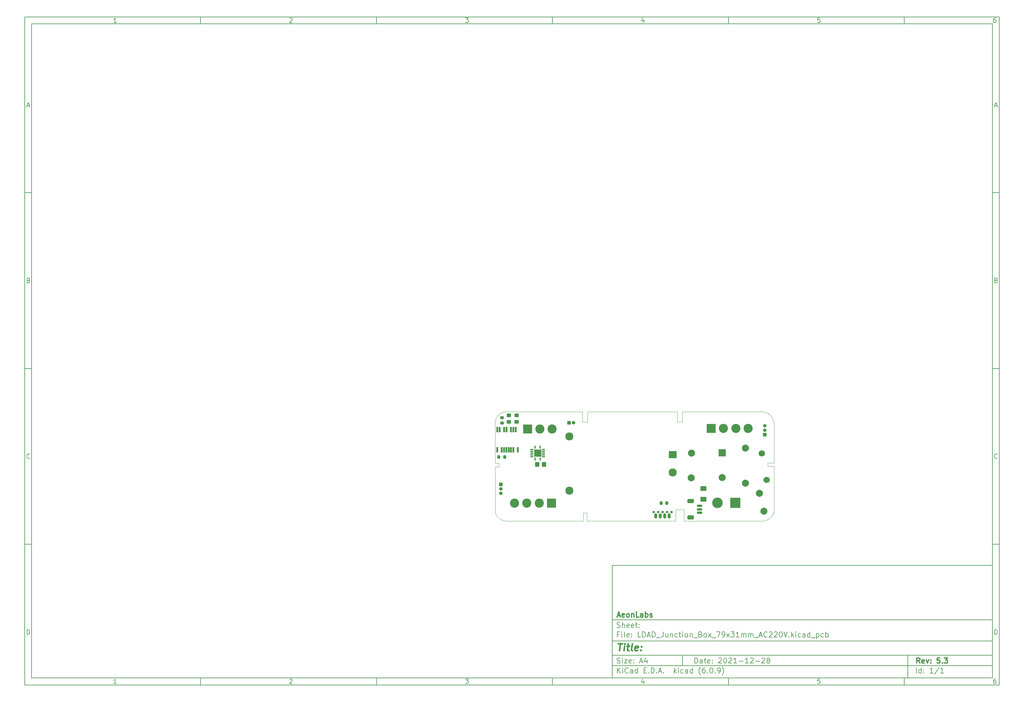
<source format=gbr>
G04 #@! TF.GenerationSoftware,KiCad,Pcbnew,(6.0.9)*
G04 #@! TF.CreationDate,2022-11-26T17:41:20+01:00*
G04 #@! TF.ProjectId,LDAD_Junction_Box_79x31mm_AC220V,4c444144-5f4a-4756-9e63-74696f6e5f42,5.3*
G04 #@! TF.SameCoordinates,Original*
G04 #@! TF.FileFunction,Soldermask,Bot*
G04 #@! TF.FilePolarity,Negative*
%FSLAX46Y46*%
G04 Gerber Fmt 4.6, Leading zero omitted, Abs format (unit mm)*
G04 Created by KiCad (PCBNEW (6.0.9)) date 2022-11-26 17:41:20*
%MOMM*%
%LPD*%
G01*
G04 APERTURE LIST*
G04 Aperture macros list*
%AMRoundRect*
0 Rectangle with rounded corners*
0 $1 Rounding radius*
0 $2 $3 $4 $5 $6 $7 $8 $9 X,Y pos of 4 corners*
0 Add a 4 corners polygon primitive as box body*
4,1,4,$2,$3,$4,$5,$6,$7,$8,$9,$2,$3,0*
0 Add four circle primitives for the rounded corners*
1,1,$1+$1,$2,$3*
1,1,$1+$1,$4,$5*
1,1,$1+$1,$6,$7*
1,1,$1+$1,$8,$9*
0 Add four rect primitives between the rounded corners*
20,1,$1+$1,$2,$3,$4,$5,0*
20,1,$1+$1,$4,$5,$6,$7,0*
20,1,$1+$1,$6,$7,$8,$9,0*
20,1,$1+$1,$8,$9,$2,$3,0*%
G04 Aperture macros list end*
%ADD10C,0.100000*%
%ADD11C,0.150000*%
%ADD12C,0.300000*%
%ADD13C,0.400000*%
G04 #@! TA.AperFunction,Profile*
%ADD14C,0.120000*%
G04 #@! TD*
%ADD15R,2.300000X2.000000*%
%ADD16C,2.300000*%
%ADD17RoundRect,0.150000X-0.625000X0.150000X-0.625000X-0.150000X0.625000X-0.150000X0.625000X0.150000X0*%
%ADD18RoundRect,0.250000X-0.650000X0.350000X-0.650000X-0.350000X0.650000X-0.350000X0.650000X0.350000X0*%
%ADD19C,2.010000*%
%ADD20R,1.300000X1.000000*%
%ADD21RoundRect,0.250000X0.350000X0.450000X-0.350000X0.450000X-0.350000X-0.450000X0.350000X-0.450000X0*%
%ADD22R,1.000000X1.000000*%
%ADD23O,1.000000X1.000000*%
%ADD24R,2.600000X2.600000*%
%ADD25C,2.600000*%
%ADD26RoundRect,0.225000X-0.250000X0.225000X-0.250000X-0.225000X0.250000X-0.225000X0.250000X0.225000X0*%
%ADD27R,2.000000X2.000000*%
%ADD28C,2.000000*%
%ADD29C,0.700000*%
%ADD30O,0.800000X1.500000*%
%ADD31RoundRect,0.200000X0.200000X0.275000X-0.200000X0.275000X-0.200000X-0.275000X0.200000X-0.275000X0*%
%ADD32RoundRect,0.250001X-0.624999X0.462499X-0.624999X-0.462499X0.624999X-0.462499X0.624999X0.462499X0*%
%ADD33C,1.800000*%
%ADD34RoundRect,0.200000X-0.200000X-0.275000X0.200000X-0.275000X0.200000X0.275000X-0.200000X0.275000X0*%
%ADD35RoundRect,0.020500X-0.184500X0.729500X-0.184500X-0.729500X0.184500X-0.729500X0.184500X0.729500X0*%
%ADD36RoundRect,0.000050X-0.000450X0.000450X-0.000450X-0.000450X0.000450X-0.000450X0.000450X0.000450X0*%
%ADD37RoundRect,0.018200X-0.111800X0.421800X-0.111800X-0.421800X0.111800X-0.421800X0.111800X0.421800X0*%
%ADD38RoundRect,0.018200X0.421800X0.111800X-0.421800X0.111800X-0.421800X-0.111800X0.421800X-0.111800X0*%
%ADD39RoundRect,0.018200X-0.421800X-0.111800X0.421800X-0.111800X0.421800X0.111800X-0.421800X0.111800X0*%
%ADD40R,2.050000X2.050000*%
%ADD41C,0.400000*%
%ADD42R,3.000000X3.000000*%
%ADD43C,3.000000*%
G04 APERTURE END LIST*
D10*
D11*
X177002200Y-166007200D02*
X177002200Y-198007200D01*
X285002200Y-198007200D01*
X285002200Y-166007200D01*
X177002200Y-166007200D01*
D10*
D11*
X10000000Y-10000000D02*
X10000000Y-200007200D01*
X287002200Y-200007200D01*
X287002200Y-10000000D01*
X10000000Y-10000000D01*
D10*
D11*
X12000000Y-12000000D02*
X12000000Y-198007200D01*
X285002200Y-198007200D01*
X285002200Y-12000000D01*
X12000000Y-12000000D01*
D10*
D11*
X60000000Y-12000000D02*
X60000000Y-10000000D01*
D10*
D11*
X110000000Y-12000000D02*
X110000000Y-10000000D01*
D10*
D11*
X160000000Y-12000000D02*
X160000000Y-10000000D01*
D10*
D11*
X210000000Y-12000000D02*
X210000000Y-10000000D01*
D10*
D11*
X260000000Y-12000000D02*
X260000000Y-10000000D01*
D10*
D11*
X36065476Y-11588095D02*
X35322619Y-11588095D01*
X35694047Y-11588095D02*
X35694047Y-10288095D01*
X35570238Y-10473809D01*
X35446428Y-10597619D01*
X35322619Y-10659523D01*
D10*
D11*
X85322619Y-10411904D02*
X85384523Y-10350000D01*
X85508333Y-10288095D01*
X85817857Y-10288095D01*
X85941666Y-10350000D01*
X86003571Y-10411904D01*
X86065476Y-10535714D01*
X86065476Y-10659523D01*
X86003571Y-10845238D01*
X85260714Y-11588095D01*
X86065476Y-11588095D01*
D10*
D11*
X135260714Y-10288095D02*
X136065476Y-10288095D01*
X135632142Y-10783333D01*
X135817857Y-10783333D01*
X135941666Y-10845238D01*
X136003571Y-10907142D01*
X136065476Y-11030952D01*
X136065476Y-11340476D01*
X136003571Y-11464285D01*
X135941666Y-11526190D01*
X135817857Y-11588095D01*
X135446428Y-11588095D01*
X135322619Y-11526190D01*
X135260714Y-11464285D01*
D10*
D11*
X185941666Y-10721428D02*
X185941666Y-11588095D01*
X185632142Y-10226190D02*
X185322619Y-11154761D01*
X186127380Y-11154761D01*
D10*
D11*
X236003571Y-10288095D02*
X235384523Y-10288095D01*
X235322619Y-10907142D01*
X235384523Y-10845238D01*
X235508333Y-10783333D01*
X235817857Y-10783333D01*
X235941666Y-10845238D01*
X236003571Y-10907142D01*
X236065476Y-11030952D01*
X236065476Y-11340476D01*
X236003571Y-11464285D01*
X235941666Y-11526190D01*
X235817857Y-11588095D01*
X235508333Y-11588095D01*
X235384523Y-11526190D01*
X235322619Y-11464285D01*
D10*
D11*
X285941666Y-10288095D02*
X285694047Y-10288095D01*
X285570238Y-10350000D01*
X285508333Y-10411904D01*
X285384523Y-10597619D01*
X285322619Y-10845238D01*
X285322619Y-11340476D01*
X285384523Y-11464285D01*
X285446428Y-11526190D01*
X285570238Y-11588095D01*
X285817857Y-11588095D01*
X285941666Y-11526190D01*
X286003571Y-11464285D01*
X286065476Y-11340476D01*
X286065476Y-11030952D01*
X286003571Y-10907142D01*
X285941666Y-10845238D01*
X285817857Y-10783333D01*
X285570238Y-10783333D01*
X285446428Y-10845238D01*
X285384523Y-10907142D01*
X285322619Y-11030952D01*
D10*
D11*
X60000000Y-198007200D02*
X60000000Y-200007200D01*
D10*
D11*
X110000000Y-198007200D02*
X110000000Y-200007200D01*
D10*
D11*
X160000000Y-198007200D02*
X160000000Y-200007200D01*
D10*
D11*
X210000000Y-198007200D02*
X210000000Y-200007200D01*
D10*
D11*
X260000000Y-198007200D02*
X260000000Y-200007200D01*
D10*
D11*
X36065476Y-199595295D02*
X35322619Y-199595295D01*
X35694047Y-199595295D02*
X35694047Y-198295295D01*
X35570238Y-198481009D01*
X35446428Y-198604819D01*
X35322619Y-198666723D01*
D10*
D11*
X85322619Y-198419104D02*
X85384523Y-198357200D01*
X85508333Y-198295295D01*
X85817857Y-198295295D01*
X85941666Y-198357200D01*
X86003571Y-198419104D01*
X86065476Y-198542914D01*
X86065476Y-198666723D01*
X86003571Y-198852438D01*
X85260714Y-199595295D01*
X86065476Y-199595295D01*
D10*
D11*
X135260714Y-198295295D02*
X136065476Y-198295295D01*
X135632142Y-198790533D01*
X135817857Y-198790533D01*
X135941666Y-198852438D01*
X136003571Y-198914342D01*
X136065476Y-199038152D01*
X136065476Y-199347676D01*
X136003571Y-199471485D01*
X135941666Y-199533390D01*
X135817857Y-199595295D01*
X135446428Y-199595295D01*
X135322619Y-199533390D01*
X135260714Y-199471485D01*
D10*
D11*
X185941666Y-198728628D02*
X185941666Y-199595295D01*
X185632142Y-198233390D02*
X185322619Y-199161961D01*
X186127380Y-199161961D01*
D10*
D11*
X236003571Y-198295295D02*
X235384523Y-198295295D01*
X235322619Y-198914342D01*
X235384523Y-198852438D01*
X235508333Y-198790533D01*
X235817857Y-198790533D01*
X235941666Y-198852438D01*
X236003571Y-198914342D01*
X236065476Y-199038152D01*
X236065476Y-199347676D01*
X236003571Y-199471485D01*
X235941666Y-199533390D01*
X235817857Y-199595295D01*
X235508333Y-199595295D01*
X235384523Y-199533390D01*
X235322619Y-199471485D01*
D10*
D11*
X285941666Y-198295295D02*
X285694047Y-198295295D01*
X285570238Y-198357200D01*
X285508333Y-198419104D01*
X285384523Y-198604819D01*
X285322619Y-198852438D01*
X285322619Y-199347676D01*
X285384523Y-199471485D01*
X285446428Y-199533390D01*
X285570238Y-199595295D01*
X285817857Y-199595295D01*
X285941666Y-199533390D01*
X286003571Y-199471485D01*
X286065476Y-199347676D01*
X286065476Y-199038152D01*
X286003571Y-198914342D01*
X285941666Y-198852438D01*
X285817857Y-198790533D01*
X285570238Y-198790533D01*
X285446428Y-198852438D01*
X285384523Y-198914342D01*
X285322619Y-199038152D01*
D10*
D11*
X10000000Y-60000000D02*
X12000000Y-60000000D01*
D10*
D11*
X10000000Y-110000000D02*
X12000000Y-110000000D01*
D10*
D11*
X10000000Y-160000000D02*
X12000000Y-160000000D01*
D10*
D11*
X10690476Y-35216666D02*
X11309523Y-35216666D01*
X10566666Y-35588095D02*
X11000000Y-34288095D01*
X11433333Y-35588095D01*
D10*
D11*
X11092857Y-84907142D02*
X11278571Y-84969047D01*
X11340476Y-85030952D01*
X11402380Y-85154761D01*
X11402380Y-85340476D01*
X11340476Y-85464285D01*
X11278571Y-85526190D01*
X11154761Y-85588095D01*
X10659523Y-85588095D01*
X10659523Y-84288095D01*
X11092857Y-84288095D01*
X11216666Y-84350000D01*
X11278571Y-84411904D01*
X11340476Y-84535714D01*
X11340476Y-84659523D01*
X11278571Y-84783333D01*
X11216666Y-84845238D01*
X11092857Y-84907142D01*
X10659523Y-84907142D01*
D10*
D11*
X11402380Y-135464285D02*
X11340476Y-135526190D01*
X11154761Y-135588095D01*
X11030952Y-135588095D01*
X10845238Y-135526190D01*
X10721428Y-135402380D01*
X10659523Y-135278571D01*
X10597619Y-135030952D01*
X10597619Y-134845238D01*
X10659523Y-134597619D01*
X10721428Y-134473809D01*
X10845238Y-134350000D01*
X11030952Y-134288095D01*
X11154761Y-134288095D01*
X11340476Y-134350000D01*
X11402380Y-134411904D01*
D10*
D11*
X10659523Y-185588095D02*
X10659523Y-184288095D01*
X10969047Y-184288095D01*
X11154761Y-184350000D01*
X11278571Y-184473809D01*
X11340476Y-184597619D01*
X11402380Y-184845238D01*
X11402380Y-185030952D01*
X11340476Y-185278571D01*
X11278571Y-185402380D01*
X11154761Y-185526190D01*
X10969047Y-185588095D01*
X10659523Y-185588095D01*
D10*
D11*
X287002200Y-60000000D02*
X285002200Y-60000000D01*
D10*
D11*
X287002200Y-110000000D02*
X285002200Y-110000000D01*
D10*
D11*
X287002200Y-160000000D02*
X285002200Y-160000000D01*
D10*
D11*
X285692676Y-35216666D02*
X286311723Y-35216666D01*
X285568866Y-35588095D02*
X286002200Y-34288095D01*
X286435533Y-35588095D01*
D10*
D11*
X286095057Y-84907142D02*
X286280771Y-84969047D01*
X286342676Y-85030952D01*
X286404580Y-85154761D01*
X286404580Y-85340476D01*
X286342676Y-85464285D01*
X286280771Y-85526190D01*
X286156961Y-85588095D01*
X285661723Y-85588095D01*
X285661723Y-84288095D01*
X286095057Y-84288095D01*
X286218866Y-84350000D01*
X286280771Y-84411904D01*
X286342676Y-84535714D01*
X286342676Y-84659523D01*
X286280771Y-84783333D01*
X286218866Y-84845238D01*
X286095057Y-84907142D01*
X285661723Y-84907142D01*
D10*
D11*
X286404580Y-135464285D02*
X286342676Y-135526190D01*
X286156961Y-135588095D01*
X286033152Y-135588095D01*
X285847438Y-135526190D01*
X285723628Y-135402380D01*
X285661723Y-135278571D01*
X285599819Y-135030952D01*
X285599819Y-134845238D01*
X285661723Y-134597619D01*
X285723628Y-134473809D01*
X285847438Y-134350000D01*
X286033152Y-134288095D01*
X286156961Y-134288095D01*
X286342676Y-134350000D01*
X286404580Y-134411904D01*
D10*
D11*
X285661723Y-185588095D02*
X285661723Y-184288095D01*
X285971247Y-184288095D01*
X286156961Y-184350000D01*
X286280771Y-184473809D01*
X286342676Y-184597619D01*
X286404580Y-184845238D01*
X286404580Y-185030952D01*
X286342676Y-185278571D01*
X286280771Y-185402380D01*
X286156961Y-185526190D01*
X285971247Y-185588095D01*
X285661723Y-185588095D01*
D10*
D11*
X200434342Y-193785771D02*
X200434342Y-192285771D01*
X200791485Y-192285771D01*
X201005771Y-192357200D01*
X201148628Y-192500057D01*
X201220057Y-192642914D01*
X201291485Y-192928628D01*
X201291485Y-193142914D01*
X201220057Y-193428628D01*
X201148628Y-193571485D01*
X201005771Y-193714342D01*
X200791485Y-193785771D01*
X200434342Y-193785771D01*
X202577200Y-193785771D02*
X202577200Y-193000057D01*
X202505771Y-192857200D01*
X202362914Y-192785771D01*
X202077200Y-192785771D01*
X201934342Y-192857200D01*
X202577200Y-193714342D02*
X202434342Y-193785771D01*
X202077200Y-193785771D01*
X201934342Y-193714342D01*
X201862914Y-193571485D01*
X201862914Y-193428628D01*
X201934342Y-193285771D01*
X202077200Y-193214342D01*
X202434342Y-193214342D01*
X202577200Y-193142914D01*
X203077200Y-192785771D02*
X203648628Y-192785771D01*
X203291485Y-192285771D02*
X203291485Y-193571485D01*
X203362914Y-193714342D01*
X203505771Y-193785771D01*
X203648628Y-193785771D01*
X204720057Y-193714342D02*
X204577200Y-193785771D01*
X204291485Y-193785771D01*
X204148628Y-193714342D01*
X204077200Y-193571485D01*
X204077200Y-193000057D01*
X204148628Y-192857200D01*
X204291485Y-192785771D01*
X204577200Y-192785771D01*
X204720057Y-192857200D01*
X204791485Y-193000057D01*
X204791485Y-193142914D01*
X204077200Y-193285771D01*
X205434342Y-193642914D02*
X205505771Y-193714342D01*
X205434342Y-193785771D01*
X205362914Y-193714342D01*
X205434342Y-193642914D01*
X205434342Y-193785771D01*
X205434342Y-192857200D02*
X205505771Y-192928628D01*
X205434342Y-193000057D01*
X205362914Y-192928628D01*
X205434342Y-192857200D01*
X205434342Y-193000057D01*
X207220057Y-192428628D02*
X207291485Y-192357200D01*
X207434342Y-192285771D01*
X207791485Y-192285771D01*
X207934342Y-192357200D01*
X208005771Y-192428628D01*
X208077200Y-192571485D01*
X208077200Y-192714342D01*
X208005771Y-192928628D01*
X207148628Y-193785771D01*
X208077200Y-193785771D01*
X209005771Y-192285771D02*
X209148628Y-192285771D01*
X209291485Y-192357200D01*
X209362914Y-192428628D01*
X209434342Y-192571485D01*
X209505771Y-192857200D01*
X209505771Y-193214342D01*
X209434342Y-193500057D01*
X209362914Y-193642914D01*
X209291485Y-193714342D01*
X209148628Y-193785771D01*
X209005771Y-193785771D01*
X208862914Y-193714342D01*
X208791485Y-193642914D01*
X208720057Y-193500057D01*
X208648628Y-193214342D01*
X208648628Y-192857200D01*
X208720057Y-192571485D01*
X208791485Y-192428628D01*
X208862914Y-192357200D01*
X209005771Y-192285771D01*
X210077200Y-192428628D02*
X210148628Y-192357200D01*
X210291485Y-192285771D01*
X210648628Y-192285771D01*
X210791485Y-192357200D01*
X210862914Y-192428628D01*
X210934342Y-192571485D01*
X210934342Y-192714342D01*
X210862914Y-192928628D01*
X210005771Y-193785771D01*
X210934342Y-193785771D01*
X212362914Y-193785771D02*
X211505771Y-193785771D01*
X211934342Y-193785771D02*
X211934342Y-192285771D01*
X211791485Y-192500057D01*
X211648628Y-192642914D01*
X211505771Y-192714342D01*
X213005771Y-193214342D02*
X214148628Y-193214342D01*
X215648628Y-193785771D02*
X214791485Y-193785771D01*
X215220057Y-193785771D02*
X215220057Y-192285771D01*
X215077200Y-192500057D01*
X214934342Y-192642914D01*
X214791485Y-192714342D01*
X216220057Y-192428628D02*
X216291485Y-192357200D01*
X216434342Y-192285771D01*
X216791485Y-192285771D01*
X216934342Y-192357200D01*
X217005771Y-192428628D01*
X217077200Y-192571485D01*
X217077200Y-192714342D01*
X217005771Y-192928628D01*
X216148628Y-193785771D01*
X217077200Y-193785771D01*
X217720057Y-193214342D02*
X218862914Y-193214342D01*
X219505771Y-192428628D02*
X219577200Y-192357200D01*
X219720057Y-192285771D01*
X220077200Y-192285771D01*
X220220057Y-192357200D01*
X220291485Y-192428628D01*
X220362914Y-192571485D01*
X220362914Y-192714342D01*
X220291485Y-192928628D01*
X219434342Y-193785771D01*
X220362914Y-193785771D01*
X221220057Y-192928628D02*
X221077200Y-192857200D01*
X221005771Y-192785771D01*
X220934342Y-192642914D01*
X220934342Y-192571485D01*
X221005771Y-192428628D01*
X221077200Y-192357200D01*
X221220057Y-192285771D01*
X221505771Y-192285771D01*
X221648628Y-192357200D01*
X221720057Y-192428628D01*
X221791485Y-192571485D01*
X221791485Y-192642914D01*
X221720057Y-192785771D01*
X221648628Y-192857200D01*
X221505771Y-192928628D01*
X221220057Y-192928628D01*
X221077200Y-193000057D01*
X221005771Y-193071485D01*
X220934342Y-193214342D01*
X220934342Y-193500057D01*
X221005771Y-193642914D01*
X221077200Y-193714342D01*
X221220057Y-193785771D01*
X221505771Y-193785771D01*
X221648628Y-193714342D01*
X221720057Y-193642914D01*
X221791485Y-193500057D01*
X221791485Y-193214342D01*
X221720057Y-193071485D01*
X221648628Y-193000057D01*
X221505771Y-192928628D01*
D10*
D11*
X177002200Y-194507200D02*
X285002200Y-194507200D01*
D10*
D11*
X178434342Y-196585771D02*
X178434342Y-195085771D01*
X179291485Y-196585771D02*
X178648628Y-195728628D01*
X179291485Y-195085771D02*
X178434342Y-195942914D01*
X179934342Y-196585771D02*
X179934342Y-195585771D01*
X179934342Y-195085771D02*
X179862914Y-195157200D01*
X179934342Y-195228628D01*
X180005771Y-195157200D01*
X179934342Y-195085771D01*
X179934342Y-195228628D01*
X181505771Y-196442914D02*
X181434342Y-196514342D01*
X181220057Y-196585771D01*
X181077200Y-196585771D01*
X180862914Y-196514342D01*
X180720057Y-196371485D01*
X180648628Y-196228628D01*
X180577200Y-195942914D01*
X180577200Y-195728628D01*
X180648628Y-195442914D01*
X180720057Y-195300057D01*
X180862914Y-195157200D01*
X181077200Y-195085771D01*
X181220057Y-195085771D01*
X181434342Y-195157200D01*
X181505771Y-195228628D01*
X182791485Y-196585771D02*
X182791485Y-195800057D01*
X182720057Y-195657200D01*
X182577200Y-195585771D01*
X182291485Y-195585771D01*
X182148628Y-195657200D01*
X182791485Y-196514342D02*
X182648628Y-196585771D01*
X182291485Y-196585771D01*
X182148628Y-196514342D01*
X182077200Y-196371485D01*
X182077200Y-196228628D01*
X182148628Y-196085771D01*
X182291485Y-196014342D01*
X182648628Y-196014342D01*
X182791485Y-195942914D01*
X184148628Y-196585771D02*
X184148628Y-195085771D01*
X184148628Y-196514342D02*
X184005771Y-196585771D01*
X183720057Y-196585771D01*
X183577200Y-196514342D01*
X183505771Y-196442914D01*
X183434342Y-196300057D01*
X183434342Y-195871485D01*
X183505771Y-195728628D01*
X183577200Y-195657200D01*
X183720057Y-195585771D01*
X184005771Y-195585771D01*
X184148628Y-195657200D01*
X186005771Y-195800057D02*
X186505771Y-195800057D01*
X186720057Y-196585771D02*
X186005771Y-196585771D01*
X186005771Y-195085771D01*
X186720057Y-195085771D01*
X187362914Y-196442914D02*
X187434342Y-196514342D01*
X187362914Y-196585771D01*
X187291485Y-196514342D01*
X187362914Y-196442914D01*
X187362914Y-196585771D01*
X188077200Y-196585771D02*
X188077200Y-195085771D01*
X188434342Y-195085771D01*
X188648628Y-195157200D01*
X188791485Y-195300057D01*
X188862914Y-195442914D01*
X188934342Y-195728628D01*
X188934342Y-195942914D01*
X188862914Y-196228628D01*
X188791485Y-196371485D01*
X188648628Y-196514342D01*
X188434342Y-196585771D01*
X188077200Y-196585771D01*
X189577200Y-196442914D02*
X189648628Y-196514342D01*
X189577200Y-196585771D01*
X189505771Y-196514342D01*
X189577200Y-196442914D01*
X189577200Y-196585771D01*
X190220057Y-196157200D02*
X190934342Y-196157200D01*
X190077200Y-196585771D02*
X190577200Y-195085771D01*
X191077200Y-196585771D01*
X191577200Y-196442914D02*
X191648628Y-196514342D01*
X191577200Y-196585771D01*
X191505771Y-196514342D01*
X191577200Y-196442914D01*
X191577200Y-196585771D01*
X194577200Y-196585771D02*
X194577200Y-195085771D01*
X194720057Y-196014342D02*
X195148628Y-196585771D01*
X195148628Y-195585771D02*
X194577200Y-196157200D01*
X195791485Y-196585771D02*
X195791485Y-195585771D01*
X195791485Y-195085771D02*
X195720057Y-195157200D01*
X195791485Y-195228628D01*
X195862914Y-195157200D01*
X195791485Y-195085771D01*
X195791485Y-195228628D01*
X197148628Y-196514342D02*
X197005771Y-196585771D01*
X196720057Y-196585771D01*
X196577200Y-196514342D01*
X196505771Y-196442914D01*
X196434342Y-196300057D01*
X196434342Y-195871485D01*
X196505771Y-195728628D01*
X196577200Y-195657200D01*
X196720057Y-195585771D01*
X197005771Y-195585771D01*
X197148628Y-195657200D01*
X198434342Y-196585771D02*
X198434342Y-195800057D01*
X198362914Y-195657200D01*
X198220057Y-195585771D01*
X197934342Y-195585771D01*
X197791485Y-195657200D01*
X198434342Y-196514342D02*
X198291485Y-196585771D01*
X197934342Y-196585771D01*
X197791485Y-196514342D01*
X197720057Y-196371485D01*
X197720057Y-196228628D01*
X197791485Y-196085771D01*
X197934342Y-196014342D01*
X198291485Y-196014342D01*
X198434342Y-195942914D01*
X199791485Y-196585771D02*
X199791485Y-195085771D01*
X199791485Y-196514342D02*
X199648628Y-196585771D01*
X199362914Y-196585771D01*
X199220057Y-196514342D01*
X199148628Y-196442914D01*
X199077200Y-196300057D01*
X199077200Y-195871485D01*
X199148628Y-195728628D01*
X199220057Y-195657200D01*
X199362914Y-195585771D01*
X199648628Y-195585771D01*
X199791485Y-195657200D01*
X202077200Y-197157200D02*
X202005771Y-197085771D01*
X201862914Y-196871485D01*
X201791485Y-196728628D01*
X201720057Y-196514342D01*
X201648628Y-196157200D01*
X201648628Y-195871485D01*
X201720057Y-195514342D01*
X201791485Y-195300057D01*
X201862914Y-195157200D01*
X202005771Y-194942914D01*
X202077200Y-194871485D01*
X203291485Y-195085771D02*
X203005771Y-195085771D01*
X202862914Y-195157200D01*
X202791485Y-195228628D01*
X202648628Y-195442914D01*
X202577200Y-195728628D01*
X202577200Y-196300057D01*
X202648628Y-196442914D01*
X202720057Y-196514342D01*
X202862914Y-196585771D01*
X203148628Y-196585771D01*
X203291485Y-196514342D01*
X203362914Y-196442914D01*
X203434342Y-196300057D01*
X203434342Y-195942914D01*
X203362914Y-195800057D01*
X203291485Y-195728628D01*
X203148628Y-195657200D01*
X202862914Y-195657200D01*
X202720057Y-195728628D01*
X202648628Y-195800057D01*
X202577200Y-195942914D01*
X204077200Y-196442914D02*
X204148628Y-196514342D01*
X204077200Y-196585771D01*
X204005771Y-196514342D01*
X204077200Y-196442914D01*
X204077200Y-196585771D01*
X205077200Y-195085771D02*
X205220057Y-195085771D01*
X205362914Y-195157200D01*
X205434342Y-195228628D01*
X205505771Y-195371485D01*
X205577200Y-195657200D01*
X205577200Y-196014342D01*
X205505771Y-196300057D01*
X205434342Y-196442914D01*
X205362914Y-196514342D01*
X205220057Y-196585771D01*
X205077200Y-196585771D01*
X204934342Y-196514342D01*
X204862914Y-196442914D01*
X204791485Y-196300057D01*
X204720057Y-196014342D01*
X204720057Y-195657200D01*
X204791485Y-195371485D01*
X204862914Y-195228628D01*
X204934342Y-195157200D01*
X205077200Y-195085771D01*
X206220057Y-196442914D02*
X206291485Y-196514342D01*
X206220057Y-196585771D01*
X206148628Y-196514342D01*
X206220057Y-196442914D01*
X206220057Y-196585771D01*
X207005771Y-196585771D02*
X207291485Y-196585771D01*
X207434342Y-196514342D01*
X207505771Y-196442914D01*
X207648628Y-196228628D01*
X207720057Y-195942914D01*
X207720057Y-195371485D01*
X207648628Y-195228628D01*
X207577200Y-195157200D01*
X207434342Y-195085771D01*
X207148628Y-195085771D01*
X207005771Y-195157200D01*
X206934342Y-195228628D01*
X206862914Y-195371485D01*
X206862914Y-195728628D01*
X206934342Y-195871485D01*
X207005771Y-195942914D01*
X207148628Y-196014342D01*
X207434342Y-196014342D01*
X207577200Y-195942914D01*
X207648628Y-195871485D01*
X207720057Y-195728628D01*
X208220057Y-197157200D02*
X208291485Y-197085771D01*
X208434342Y-196871485D01*
X208505771Y-196728628D01*
X208577200Y-196514342D01*
X208648628Y-196157200D01*
X208648628Y-195871485D01*
X208577200Y-195514342D01*
X208505771Y-195300057D01*
X208434342Y-195157200D01*
X208291485Y-194942914D01*
X208220057Y-194871485D01*
D10*
D11*
X177002200Y-191507200D02*
X285002200Y-191507200D01*
D10*
D12*
X264411485Y-193785771D02*
X263911485Y-193071485D01*
X263554342Y-193785771D02*
X263554342Y-192285771D01*
X264125771Y-192285771D01*
X264268628Y-192357200D01*
X264340057Y-192428628D01*
X264411485Y-192571485D01*
X264411485Y-192785771D01*
X264340057Y-192928628D01*
X264268628Y-193000057D01*
X264125771Y-193071485D01*
X263554342Y-193071485D01*
X265625771Y-193714342D02*
X265482914Y-193785771D01*
X265197200Y-193785771D01*
X265054342Y-193714342D01*
X264982914Y-193571485D01*
X264982914Y-193000057D01*
X265054342Y-192857200D01*
X265197200Y-192785771D01*
X265482914Y-192785771D01*
X265625771Y-192857200D01*
X265697200Y-193000057D01*
X265697200Y-193142914D01*
X264982914Y-193285771D01*
X266197200Y-192785771D02*
X266554342Y-193785771D01*
X266911485Y-192785771D01*
X267482914Y-193642914D02*
X267554342Y-193714342D01*
X267482914Y-193785771D01*
X267411485Y-193714342D01*
X267482914Y-193642914D01*
X267482914Y-193785771D01*
X267482914Y-192857200D02*
X267554342Y-192928628D01*
X267482914Y-193000057D01*
X267411485Y-192928628D01*
X267482914Y-192857200D01*
X267482914Y-193000057D01*
X270054342Y-192285771D02*
X269340057Y-192285771D01*
X269268628Y-193000057D01*
X269340057Y-192928628D01*
X269482914Y-192857200D01*
X269840057Y-192857200D01*
X269982914Y-192928628D01*
X270054342Y-193000057D01*
X270125771Y-193142914D01*
X270125771Y-193500057D01*
X270054342Y-193642914D01*
X269982914Y-193714342D01*
X269840057Y-193785771D01*
X269482914Y-193785771D01*
X269340057Y-193714342D01*
X269268628Y-193642914D01*
X270768628Y-193642914D02*
X270840057Y-193714342D01*
X270768628Y-193785771D01*
X270697200Y-193714342D01*
X270768628Y-193642914D01*
X270768628Y-193785771D01*
X271340057Y-192285771D02*
X272268628Y-192285771D01*
X271768628Y-192857200D01*
X271982914Y-192857200D01*
X272125771Y-192928628D01*
X272197200Y-193000057D01*
X272268628Y-193142914D01*
X272268628Y-193500057D01*
X272197200Y-193642914D01*
X272125771Y-193714342D01*
X271982914Y-193785771D01*
X271554342Y-193785771D01*
X271411485Y-193714342D01*
X271340057Y-193642914D01*
D10*
D11*
X178362914Y-193714342D02*
X178577200Y-193785771D01*
X178934342Y-193785771D01*
X179077200Y-193714342D01*
X179148628Y-193642914D01*
X179220057Y-193500057D01*
X179220057Y-193357200D01*
X179148628Y-193214342D01*
X179077200Y-193142914D01*
X178934342Y-193071485D01*
X178648628Y-193000057D01*
X178505771Y-192928628D01*
X178434342Y-192857200D01*
X178362914Y-192714342D01*
X178362914Y-192571485D01*
X178434342Y-192428628D01*
X178505771Y-192357200D01*
X178648628Y-192285771D01*
X179005771Y-192285771D01*
X179220057Y-192357200D01*
X179862914Y-193785771D02*
X179862914Y-192785771D01*
X179862914Y-192285771D02*
X179791485Y-192357200D01*
X179862914Y-192428628D01*
X179934342Y-192357200D01*
X179862914Y-192285771D01*
X179862914Y-192428628D01*
X180434342Y-192785771D02*
X181220057Y-192785771D01*
X180434342Y-193785771D01*
X181220057Y-193785771D01*
X182362914Y-193714342D02*
X182220057Y-193785771D01*
X181934342Y-193785771D01*
X181791485Y-193714342D01*
X181720057Y-193571485D01*
X181720057Y-193000057D01*
X181791485Y-192857200D01*
X181934342Y-192785771D01*
X182220057Y-192785771D01*
X182362914Y-192857200D01*
X182434342Y-193000057D01*
X182434342Y-193142914D01*
X181720057Y-193285771D01*
X183077200Y-193642914D02*
X183148628Y-193714342D01*
X183077200Y-193785771D01*
X183005771Y-193714342D01*
X183077200Y-193642914D01*
X183077200Y-193785771D01*
X183077200Y-192857200D02*
X183148628Y-192928628D01*
X183077200Y-193000057D01*
X183005771Y-192928628D01*
X183077200Y-192857200D01*
X183077200Y-193000057D01*
X184862914Y-193357200D02*
X185577200Y-193357200D01*
X184720057Y-193785771D02*
X185220057Y-192285771D01*
X185720057Y-193785771D01*
X186862914Y-192785771D02*
X186862914Y-193785771D01*
X186505771Y-192214342D02*
X186148628Y-193285771D01*
X187077200Y-193285771D01*
D10*
D11*
X263434342Y-196585771D02*
X263434342Y-195085771D01*
X264791485Y-196585771D02*
X264791485Y-195085771D01*
X264791485Y-196514342D02*
X264648628Y-196585771D01*
X264362914Y-196585771D01*
X264220057Y-196514342D01*
X264148628Y-196442914D01*
X264077200Y-196300057D01*
X264077200Y-195871485D01*
X264148628Y-195728628D01*
X264220057Y-195657200D01*
X264362914Y-195585771D01*
X264648628Y-195585771D01*
X264791485Y-195657200D01*
X265505771Y-196442914D02*
X265577200Y-196514342D01*
X265505771Y-196585771D01*
X265434342Y-196514342D01*
X265505771Y-196442914D01*
X265505771Y-196585771D01*
X265505771Y-195657200D02*
X265577200Y-195728628D01*
X265505771Y-195800057D01*
X265434342Y-195728628D01*
X265505771Y-195657200D01*
X265505771Y-195800057D01*
X268148628Y-196585771D02*
X267291485Y-196585771D01*
X267720057Y-196585771D02*
X267720057Y-195085771D01*
X267577200Y-195300057D01*
X267434342Y-195442914D01*
X267291485Y-195514342D01*
X269862914Y-195014342D02*
X268577200Y-196942914D01*
X271148628Y-196585771D02*
X270291485Y-196585771D01*
X270720057Y-196585771D02*
X270720057Y-195085771D01*
X270577200Y-195300057D01*
X270434342Y-195442914D01*
X270291485Y-195514342D01*
D10*
D11*
X177002200Y-187507200D02*
X285002200Y-187507200D01*
D10*
D13*
X178714580Y-188211961D02*
X179857438Y-188211961D01*
X179036009Y-190211961D02*
X179286009Y-188211961D01*
X180274104Y-190211961D02*
X180440771Y-188878628D01*
X180524104Y-188211961D02*
X180416961Y-188307200D01*
X180500295Y-188402438D01*
X180607438Y-188307200D01*
X180524104Y-188211961D01*
X180500295Y-188402438D01*
X181107438Y-188878628D02*
X181869342Y-188878628D01*
X181476485Y-188211961D02*
X181262200Y-189926247D01*
X181333628Y-190116723D01*
X181512200Y-190211961D01*
X181702676Y-190211961D01*
X182655057Y-190211961D02*
X182476485Y-190116723D01*
X182405057Y-189926247D01*
X182619342Y-188211961D01*
X184190771Y-190116723D02*
X183988390Y-190211961D01*
X183607438Y-190211961D01*
X183428866Y-190116723D01*
X183357438Y-189926247D01*
X183452676Y-189164342D01*
X183571723Y-188973866D01*
X183774104Y-188878628D01*
X184155057Y-188878628D01*
X184333628Y-188973866D01*
X184405057Y-189164342D01*
X184381247Y-189354819D01*
X183405057Y-189545295D01*
X185155057Y-190021485D02*
X185238390Y-190116723D01*
X185131247Y-190211961D01*
X185047914Y-190116723D01*
X185155057Y-190021485D01*
X185131247Y-190211961D01*
X185286009Y-188973866D02*
X185369342Y-189069104D01*
X185262200Y-189164342D01*
X185178866Y-189069104D01*
X185286009Y-188973866D01*
X185262200Y-189164342D01*
D10*
D11*
X178934342Y-185600057D02*
X178434342Y-185600057D01*
X178434342Y-186385771D02*
X178434342Y-184885771D01*
X179148628Y-184885771D01*
X179720057Y-186385771D02*
X179720057Y-185385771D01*
X179720057Y-184885771D02*
X179648628Y-184957200D01*
X179720057Y-185028628D01*
X179791485Y-184957200D01*
X179720057Y-184885771D01*
X179720057Y-185028628D01*
X180648628Y-186385771D02*
X180505771Y-186314342D01*
X180434342Y-186171485D01*
X180434342Y-184885771D01*
X181791485Y-186314342D02*
X181648628Y-186385771D01*
X181362914Y-186385771D01*
X181220057Y-186314342D01*
X181148628Y-186171485D01*
X181148628Y-185600057D01*
X181220057Y-185457200D01*
X181362914Y-185385771D01*
X181648628Y-185385771D01*
X181791485Y-185457200D01*
X181862914Y-185600057D01*
X181862914Y-185742914D01*
X181148628Y-185885771D01*
X182505771Y-186242914D02*
X182577200Y-186314342D01*
X182505771Y-186385771D01*
X182434342Y-186314342D01*
X182505771Y-186242914D01*
X182505771Y-186385771D01*
X182505771Y-185457200D02*
X182577200Y-185528628D01*
X182505771Y-185600057D01*
X182434342Y-185528628D01*
X182505771Y-185457200D01*
X182505771Y-185600057D01*
X185077200Y-186385771D02*
X184362914Y-186385771D01*
X184362914Y-184885771D01*
X185577200Y-186385771D02*
X185577200Y-184885771D01*
X185934342Y-184885771D01*
X186148628Y-184957200D01*
X186291485Y-185100057D01*
X186362914Y-185242914D01*
X186434342Y-185528628D01*
X186434342Y-185742914D01*
X186362914Y-186028628D01*
X186291485Y-186171485D01*
X186148628Y-186314342D01*
X185934342Y-186385771D01*
X185577200Y-186385771D01*
X187005771Y-185957200D02*
X187720057Y-185957200D01*
X186862914Y-186385771D02*
X187362914Y-184885771D01*
X187862914Y-186385771D01*
X188362914Y-186385771D02*
X188362914Y-184885771D01*
X188720057Y-184885771D01*
X188934342Y-184957200D01*
X189077200Y-185100057D01*
X189148628Y-185242914D01*
X189220057Y-185528628D01*
X189220057Y-185742914D01*
X189148628Y-186028628D01*
X189077200Y-186171485D01*
X188934342Y-186314342D01*
X188720057Y-186385771D01*
X188362914Y-186385771D01*
X189505771Y-186528628D02*
X190648628Y-186528628D01*
X191434342Y-184885771D02*
X191434342Y-185957200D01*
X191362914Y-186171485D01*
X191220057Y-186314342D01*
X191005771Y-186385771D01*
X190862914Y-186385771D01*
X192791485Y-185385771D02*
X192791485Y-186385771D01*
X192148628Y-185385771D02*
X192148628Y-186171485D01*
X192220057Y-186314342D01*
X192362914Y-186385771D01*
X192577200Y-186385771D01*
X192720057Y-186314342D01*
X192791485Y-186242914D01*
X193505771Y-185385771D02*
X193505771Y-186385771D01*
X193505771Y-185528628D02*
X193577200Y-185457200D01*
X193720057Y-185385771D01*
X193934342Y-185385771D01*
X194077200Y-185457200D01*
X194148628Y-185600057D01*
X194148628Y-186385771D01*
X195505771Y-186314342D02*
X195362914Y-186385771D01*
X195077200Y-186385771D01*
X194934342Y-186314342D01*
X194862914Y-186242914D01*
X194791485Y-186100057D01*
X194791485Y-185671485D01*
X194862914Y-185528628D01*
X194934342Y-185457200D01*
X195077200Y-185385771D01*
X195362914Y-185385771D01*
X195505771Y-185457200D01*
X195934342Y-185385771D02*
X196505771Y-185385771D01*
X196148628Y-184885771D02*
X196148628Y-186171485D01*
X196220057Y-186314342D01*
X196362914Y-186385771D01*
X196505771Y-186385771D01*
X197005771Y-186385771D02*
X197005771Y-185385771D01*
X197005771Y-184885771D02*
X196934342Y-184957200D01*
X197005771Y-185028628D01*
X197077200Y-184957200D01*
X197005771Y-184885771D01*
X197005771Y-185028628D01*
X197934342Y-186385771D02*
X197791485Y-186314342D01*
X197720057Y-186242914D01*
X197648628Y-186100057D01*
X197648628Y-185671485D01*
X197720057Y-185528628D01*
X197791485Y-185457200D01*
X197934342Y-185385771D01*
X198148628Y-185385771D01*
X198291485Y-185457200D01*
X198362914Y-185528628D01*
X198434342Y-185671485D01*
X198434342Y-186100057D01*
X198362914Y-186242914D01*
X198291485Y-186314342D01*
X198148628Y-186385771D01*
X197934342Y-186385771D01*
X199077200Y-185385771D02*
X199077200Y-186385771D01*
X199077200Y-185528628D02*
X199148628Y-185457200D01*
X199291485Y-185385771D01*
X199505771Y-185385771D01*
X199648628Y-185457200D01*
X199720057Y-185600057D01*
X199720057Y-186385771D01*
X200077200Y-186528628D02*
X201220057Y-186528628D01*
X202077200Y-185600057D02*
X202291485Y-185671485D01*
X202362914Y-185742914D01*
X202434342Y-185885771D01*
X202434342Y-186100057D01*
X202362914Y-186242914D01*
X202291485Y-186314342D01*
X202148628Y-186385771D01*
X201577200Y-186385771D01*
X201577200Y-184885771D01*
X202077200Y-184885771D01*
X202220057Y-184957200D01*
X202291485Y-185028628D01*
X202362914Y-185171485D01*
X202362914Y-185314342D01*
X202291485Y-185457200D01*
X202220057Y-185528628D01*
X202077200Y-185600057D01*
X201577200Y-185600057D01*
X203291485Y-186385771D02*
X203148628Y-186314342D01*
X203077200Y-186242914D01*
X203005771Y-186100057D01*
X203005771Y-185671485D01*
X203077200Y-185528628D01*
X203148628Y-185457200D01*
X203291485Y-185385771D01*
X203505771Y-185385771D01*
X203648628Y-185457200D01*
X203720057Y-185528628D01*
X203791485Y-185671485D01*
X203791485Y-186100057D01*
X203720057Y-186242914D01*
X203648628Y-186314342D01*
X203505771Y-186385771D01*
X203291485Y-186385771D01*
X204291485Y-186385771D02*
X205077200Y-185385771D01*
X204291485Y-185385771D02*
X205077200Y-186385771D01*
X205291485Y-186528628D02*
X206434342Y-186528628D01*
X206648628Y-184885771D02*
X207648628Y-184885771D01*
X207005771Y-186385771D01*
X208291485Y-186385771D02*
X208577200Y-186385771D01*
X208720057Y-186314342D01*
X208791485Y-186242914D01*
X208934342Y-186028628D01*
X209005771Y-185742914D01*
X209005771Y-185171485D01*
X208934342Y-185028628D01*
X208862914Y-184957200D01*
X208720057Y-184885771D01*
X208434342Y-184885771D01*
X208291485Y-184957200D01*
X208220057Y-185028628D01*
X208148628Y-185171485D01*
X208148628Y-185528628D01*
X208220057Y-185671485D01*
X208291485Y-185742914D01*
X208434342Y-185814342D01*
X208720057Y-185814342D01*
X208862914Y-185742914D01*
X208934342Y-185671485D01*
X209005771Y-185528628D01*
X209505771Y-186385771D02*
X210291485Y-185385771D01*
X209505771Y-185385771D02*
X210291485Y-186385771D01*
X210720057Y-184885771D02*
X211648628Y-184885771D01*
X211148628Y-185457200D01*
X211362914Y-185457200D01*
X211505771Y-185528628D01*
X211577200Y-185600057D01*
X211648628Y-185742914D01*
X211648628Y-186100057D01*
X211577200Y-186242914D01*
X211505771Y-186314342D01*
X211362914Y-186385771D01*
X210934342Y-186385771D01*
X210791485Y-186314342D01*
X210720057Y-186242914D01*
X213077200Y-186385771D02*
X212220057Y-186385771D01*
X212648628Y-186385771D02*
X212648628Y-184885771D01*
X212505771Y-185100057D01*
X212362914Y-185242914D01*
X212220057Y-185314342D01*
X213720057Y-186385771D02*
X213720057Y-185385771D01*
X213720057Y-185528628D02*
X213791485Y-185457200D01*
X213934342Y-185385771D01*
X214148628Y-185385771D01*
X214291485Y-185457200D01*
X214362914Y-185600057D01*
X214362914Y-186385771D01*
X214362914Y-185600057D02*
X214434342Y-185457200D01*
X214577200Y-185385771D01*
X214791485Y-185385771D01*
X214934342Y-185457200D01*
X215005771Y-185600057D01*
X215005771Y-186385771D01*
X215720057Y-186385771D02*
X215720057Y-185385771D01*
X215720057Y-185528628D02*
X215791485Y-185457200D01*
X215934342Y-185385771D01*
X216148628Y-185385771D01*
X216291485Y-185457200D01*
X216362914Y-185600057D01*
X216362914Y-186385771D01*
X216362914Y-185600057D02*
X216434342Y-185457200D01*
X216577200Y-185385771D01*
X216791485Y-185385771D01*
X216934342Y-185457200D01*
X217005771Y-185600057D01*
X217005771Y-186385771D01*
X217362914Y-186528628D02*
X218505771Y-186528628D01*
X218791485Y-185957200D02*
X219505771Y-185957200D01*
X218648628Y-186385771D02*
X219148628Y-184885771D01*
X219648628Y-186385771D01*
X221005771Y-186242914D02*
X220934342Y-186314342D01*
X220720057Y-186385771D01*
X220577200Y-186385771D01*
X220362914Y-186314342D01*
X220220057Y-186171485D01*
X220148628Y-186028628D01*
X220077200Y-185742914D01*
X220077200Y-185528628D01*
X220148628Y-185242914D01*
X220220057Y-185100057D01*
X220362914Y-184957200D01*
X220577200Y-184885771D01*
X220720057Y-184885771D01*
X220934342Y-184957200D01*
X221005771Y-185028628D01*
X221577200Y-185028628D02*
X221648628Y-184957200D01*
X221791485Y-184885771D01*
X222148628Y-184885771D01*
X222291485Y-184957200D01*
X222362914Y-185028628D01*
X222434342Y-185171485D01*
X222434342Y-185314342D01*
X222362914Y-185528628D01*
X221505771Y-186385771D01*
X222434342Y-186385771D01*
X223005771Y-185028628D02*
X223077200Y-184957200D01*
X223220057Y-184885771D01*
X223577200Y-184885771D01*
X223720057Y-184957200D01*
X223791485Y-185028628D01*
X223862914Y-185171485D01*
X223862914Y-185314342D01*
X223791485Y-185528628D01*
X222934342Y-186385771D01*
X223862914Y-186385771D01*
X224791485Y-184885771D02*
X224934342Y-184885771D01*
X225077199Y-184957200D01*
X225148628Y-185028628D01*
X225220057Y-185171485D01*
X225291485Y-185457200D01*
X225291485Y-185814342D01*
X225220057Y-186100057D01*
X225148628Y-186242914D01*
X225077199Y-186314342D01*
X224934342Y-186385771D01*
X224791485Y-186385771D01*
X224648628Y-186314342D01*
X224577199Y-186242914D01*
X224505771Y-186100057D01*
X224434342Y-185814342D01*
X224434342Y-185457200D01*
X224505771Y-185171485D01*
X224577199Y-185028628D01*
X224648628Y-184957200D01*
X224791485Y-184885771D01*
X225720057Y-184885771D02*
X226220057Y-186385771D01*
X226720057Y-184885771D01*
X227220057Y-186242914D02*
X227291485Y-186314342D01*
X227220057Y-186385771D01*
X227148628Y-186314342D01*
X227220057Y-186242914D01*
X227220057Y-186385771D01*
X227934342Y-186385771D02*
X227934342Y-184885771D01*
X228077199Y-185814342D02*
X228505771Y-186385771D01*
X228505771Y-185385771D02*
X227934342Y-185957200D01*
X229148628Y-186385771D02*
X229148628Y-185385771D01*
X229148628Y-184885771D02*
X229077199Y-184957200D01*
X229148628Y-185028628D01*
X229220057Y-184957200D01*
X229148628Y-184885771D01*
X229148628Y-185028628D01*
X230505771Y-186314342D02*
X230362914Y-186385771D01*
X230077200Y-186385771D01*
X229934342Y-186314342D01*
X229862914Y-186242914D01*
X229791485Y-186100057D01*
X229791485Y-185671485D01*
X229862914Y-185528628D01*
X229934342Y-185457200D01*
X230077200Y-185385771D01*
X230362914Y-185385771D01*
X230505771Y-185457200D01*
X231791485Y-186385771D02*
X231791485Y-185600057D01*
X231720057Y-185457200D01*
X231577199Y-185385771D01*
X231291485Y-185385771D01*
X231148628Y-185457200D01*
X231791485Y-186314342D02*
X231648628Y-186385771D01*
X231291485Y-186385771D01*
X231148628Y-186314342D01*
X231077199Y-186171485D01*
X231077199Y-186028628D01*
X231148628Y-185885771D01*
X231291485Y-185814342D01*
X231648628Y-185814342D01*
X231791485Y-185742914D01*
X233148628Y-186385771D02*
X233148628Y-184885771D01*
X233148628Y-186314342D02*
X233005771Y-186385771D01*
X232720057Y-186385771D01*
X232577199Y-186314342D01*
X232505771Y-186242914D01*
X232434342Y-186100057D01*
X232434342Y-185671485D01*
X232505771Y-185528628D01*
X232577199Y-185457200D01*
X232720057Y-185385771D01*
X233005771Y-185385771D01*
X233148628Y-185457200D01*
X233505771Y-186528628D02*
X234648628Y-186528628D01*
X235005771Y-185385771D02*
X235005771Y-186885771D01*
X235005771Y-185457200D02*
X235148628Y-185385771D01*
X235434342Y-185385771D01*
X235577199Y-185457200D01*
X235648628Y-185528628D01*
X235720057Y-185671485D01*
X235720057Y-186100057D01*
X235648628Y-186242914D01*
X235577199Y-186314342D01*
X235434342Y-186385771D01*
X235148628Y-186385771D01*
X235005771Y-186314342D01*
X237005771Y-186314342D02*
X236862914Y-186385771D01*
X236577200Y-186385771D01*
X236434342Y-186314342D01*
X236362914Y-186242914D01*
X236291485Y-186100057D01*
X236291485Y-185671485D01*
X236362914Y-185528628D01*
X236434342Y-185457200D01*
X236577200Y-185385771D01*
X236862914Y-185385771D01*
X237005771Y-185457200D01*
X237648628Y-186385771D02*
X237648628Y-184885771D01*
X237648628Y-185457200D02*
X237791485Y-185385771D01*
X238077199Y-185385771D01*
X238220057Y-185457200D01*
X238291485Y-185528628D01*
X238362914Y-185671485D01*
X238362914Y-186100057D01*
X238291485Y-186242914D01*
X238220057Y-186314342D01*
X238077199Y-186385771D01*
X237791485Y-186385771D01*
X237648628Y-186314342D01*
D10*
D11*
X177002200Y-181507200D02*
X285002200Y-181507200D01*
D10*
D11*
X178362914Y-183614342D02*
X178577200Y-183685771D01*
X178934342Y-183685771D01*
X179077200Y-183614342D01*
X179148628Y-183542914D01*
X179220057Y-183400057D01*
X179220057Y-183257200D01*
X179148628Y-183114342D01*
X179077200Y-183042914D01*
X178934342Y-182971485D01*
X178648628Y-182900057D01*
X178505771Y-182828628D01*
X178434342Y-182757200D01*
X178362914Y-182614342D01*
X178362914Y-182471485D01*
X178434342Y-182328628D01*
X178505771Y-182257200D01*
X178648628Y-182185771D01*
X179005771Y-182185771D01*
X179220057Y-182257200D01*
X179862914Y-183685771D02*
X179862914Y-182185771D01*
X180505771Y-183685771D02*
X180505771Y-182900057D01*
X180434342Y-182757200D01*
X180291485Y-182685771D01*
X180077200Y-182685771D01*
X179934342Y-182757200D01*
X179862914Y-182828628D01*
X181791485Y-183614342D02*
X181648628Y-183685771D01*
X181362914Y-183685771D01*
X181220057Y-183614342D01*
X181148628Y-183471485D01*
X181148628Y-182900057D01*
X181220057Y-182757200D01*
X181362914Y-182685771D01*
X181648628Y-182685771D01*
X181791485Y-182757200D01*
X181862914Y-182900057D01*
X181862914Y-183042914D01*
X181148628Y-183185771D01*
X183077200Y-183614342D02*
X182934342Y-183685771D01*
X182648628Y-183685771D01*
X182505771Y-183614342D01*
X182434342Y-183471485D01*
X182434342Y-182900057D01*
X182505771Y-182757200D01*
X182648628Y-182685771D01*
X182934342Y-182685771D01*
X183077200Y-182757200D01*
X183148628Y-182900057D01*
X183148628Y-183042914D01*
X182434342Y-183185771D01*
X183577200Y-182685771D02*
X184148628Y-182685771D01*
X183791485Y-182185771D02*
X183791485Y-183471485D01*
X183862914Y-183614342D01*
X184005771Y-183685771D01*
X184148628Y-183685771D01*
X184648628Y-183542914D02*
X184720057Y-183614342D01*
X184648628Y-183685771D01*
X184577200Y-183614342D01*
X184648628Y-183542914D01*
X184648628Y-183685771D01*
X184648628Y-182757200D02*
X184720057Y-182828628D01*
X184648628Y-182900057D01*
X184577200Y-182828628D01*
X184648628Y-182757200D01*
X184648628Y-182900057D01*
D10*
D12*
X178482914Y-180257200D02*
X179197200Y-180257200D01*
X178340057Y-180685771D02*
X178840057Y-179185771D01*
X179340057Y-180685771D01*
X180411485Y-180614342D02*
X180268628Y-180685771D01*
X179982914Y-180685771D01*
X179840057Y-180614342D01*
X179768628Y-180471485D01*
X179768628Y-179900057D01*
X179840057Y-179757200D01*
X179982914Y-179685771D01*
X180268628Y-179685771D01*
X180411485Y-179757200D01*
X180482914Y-179900057D01*
X180482914Y-180042914D01*
X179768628Y-180185771D01*
X181340057Y-180685771D02*
X181197200Y-180614342D01*
X181125771Y-180542914D01*
X181054342Y-180400057D01*
X181054342Y-179971485D01*
X181125771Y-179828628D01*
X181197200Y-179757200D01*
X181340057Y-179685771D01*
X181554342Y-179685771D01*
X181697200Y-179757200D01*
X181768628Y-179828628D01*
X181840057Y-179971485D01*
X181840057Y-180400057D01*
X181768628Y-180542914D01*
X181697200Y-180614342D01*
X181554342Y-180685771D01*
X181340057Y-180685771D01*
X182482914Y-179685771D02*
X182482914Y-180685771D01*
X182482914Y-179828628D02*
X182554342Y-179757200D01*
X182697200Y-179685771D01*
X182911485Y-179685771D01*
X183054342Y-179757200D01*
X183125771Y-179900057D01*
X183125771Y-180685771D01*
X184554342Y-180685771D02*
X183840057Y-180685771D01*
X183840057Y-179185771D01*
X185697200Y-180685771D02*
X185697200Y-179900057D01*
X185625771Y-179757200D01*
X185482914Y-179685771D01*
X185197200Y-179685771D01*
X185054342Y-179757200D01*
X185697200Y-180614342D02*
X185554342Y-180685771D01*
X185197200Y-180685771D01*
X185054342Y-180614342D01*
X184982914Y-180471485D01*
X184982914Y-180328628D01*
X185054342Y-180185771D01*
X185197200Y-180114342D01*
X185554342Y-180114342D01*
X185697200Y-180042914D01*
X186411485Y-180685771D02*
X186411485Y-179185771D01*
X186411485Y-179757200D02*
X186554342Y-179685771D01*
X186840057Y-179685771D01*
X186982914Y-179757200D01*
X187054342Y-179828628D01*
X187125771Y-179971485D01*
X187125771Y-180400057D01*
X187054342Y-180542914D01*
X186982914Y-180614342D01*
X186840057Y-180685771D01*
X186554342Y-180685771D01*
X186411485Y-180614342D01*
X187697200Y-180614342D02*
X187840057Y-180685771D01*
X188125771Y-180685771D01*
X188268628Y-180614342D01*
X188340057Y-180471485D01*
X188340057Y-180400057D01*
X188268628Y-180257200D01*
X188125771Y-180185771D01*
X187911485Y-180185771D01*
X187768628Y-180114342D01*
X187697200Y-179971485D01*
X187697200Y-179900057D01*
X187768628Y-179757200D01*
X187911485Y-179685771D01*
X188125771Y-179685771D01*
X188268628Y-179757200D01*
D10*
D11*
D10*
D11*
D10*
D11*
D10*
D11*
D10*
D11*
X197002200Y-191507200D02*
X197002200Y-194507200D01*
D10*
D11*
X261002200Y-191507200D02*
X261002200Y-198007200D01*
D14*
G04 #@! TO.C,G\u002A\u002A\u002A*
X169930000Y-122315000D02*
X169925000Y-125235000D01*
X222945000Y-137820000D02*
X222955000Y-150965000D01*
X143720000Y-150965000D02*
X143710000Y-137915000D01*
X169775000Y-153355000D02*
X169755000Y-151115000D01*
X168540000Y-122325000D02*
X146590000Y-122305000D01*
X197425000Y-153375000D02*
X220155000Y-153395000D01*
X169755000Y-151115000D02*
X168745000Y-151115000D01*
X195485000Y-125164700D02*
X195480000Y-122314700D01*
X143700000Y-136915000D02*
X143700000Y-125495000D01*
X169775000Y-153355000D02*
X195035000Y-153365000D01*
X221165000Y-137815000D02*
X221165000Y-136817500D01*
X169925000Y-125235000D02*
X168545000Y-125235000D01*
X168545000Y-125235000D02*
X168540000Y-122325000D01*
X196870000Y-122314700D02*
X219700000Y-122324700D01*
X196875000Y-125164700D02*
X195485000Y-125164700D01*
X196870000Y-122314700D02*
X196875000Y-125164700D01*
X197425000Y-150105000D02*
X195035000Y-150100000D01*
X168745000Y-151115000D02*
X168745000Y-153355000D01*
X143700000Y-136915000D02*
X144815000Y-136925000D01*
X144815000Y-136925000D02*
X144815000Y-137925000D01*
X144815000Y-137925000D02*
X143710000Y-137915000D01*
X221165000Y-136817500D02*
X222945000Y-136820000D01*
X222945000Y-136820000D02*
X222940000Y-125294700D01*
X195480000Y-122314700D02*
X169930000Y-122315000D01*
X168745000Y-153355000D02*
X146780000Y-153345000D01*
X197425000Y-153375000D02*
X197425000Y-150105000D01*
X195035000Y-150100000D02*
X195035000Y-153365000D01*
X222945000Y-137820000D02*
X221165000Y-137815000D01*
X146590000Y-122305000D02*
G75*
G03*
X143700000Y-125495000I375481J-3244276D01*
G01*
X143720000Y-150965000D02*
G75*
G03*
X146780000Y-153345000I3113656J846129D01*
G01*
X220154997Y-153394985D02*
G75*
G03*
X222955000Y-150965000I-855797J3814285D01*
G01*
X222940000Y-125294700D02*
G75*
G03*
X219700000Y-122324700I-3295300J-342600D01*
G01*
G04 #@! TD*
D15*
G04 #@! TO.C,HiLink1*
X194170000Y-134520000D03*
D16*
X194170000Y-139520000D03*
X164770000Y-129320000D03*
X164770000Y-144720000D03*
G04 #@! TD*
D17*
G04 #@! TO.C,BAT3*
X201815000Y-149020000D03*
X201815000Y-150020000D03*
X201815000Y-151020000D03*
D18*
X199290000Y-152320000D03*
X199290000Y-147720000D03*
G04 #@! TD*
D19*
G04 #@! TO.C,PF1*
X220050000Y-150560000D03*
X218850000Y-145460000D03*
G04 #@! TD*
D20*
G04 #@! TO.C,MCY1*
X147600000Y-123330000D03*
X149800000Y-123330000D03*
X149800000Y-125130000D03*
X147600000Y-125130000D03*
G04 #@! TD*
D21*
G04 #@! TO.C,TXR1*
X157630000Y-137300000D03*
X155630000Y-137300000D03*
G04 #@! TD*
D22*
G04 #@! TO.C,PJ2*
X220330000Y-128800000D03*
D23*
X220330000Y-127530000D03*
X220330000Y-126260000D03*
G04 #@! TD*
D24*
G04 #@! TO.C,I2C1*
X159710000Y-148295000D03*
D25*
X156210000Y-148295000D03*
X152710000Y-148295000D03*
X149210000Y-148295000D03*
G04 #@! TD*
D22*
G04 #@! TO.C,CJ1*
X164720000Y-125400000D03*
D23*
X165990000Y-125400000D03*
G04 #@! TD*
D26*
G04 #@! TO.C,CC3*
X145630000Y-123965000D03*
X145630000Y-125515000D03*
G04 #@! TD*
D27*
G04 #@! TO.C,HLL1*
X208262500Y-133962500D03*
D28*
X208190000Y-141030000D03*
X199512500Y-134032500D03*
X199435000Y-141080000D03*
G04 #@! TD*
D29*
G04 #@! TO.C,ICSP1*
X193820000Y-150790000D03*
X190010000Y-150790000D03*
X192550000Y-150790000D03*
X188740000Y-150790000D03*
X191280000Y-150790000D03*
D30*
X189375000Y-151945000D03*
X190645000Y-151945000D03*
X191915000Y-151945000D03*
X193185000Y-151945000D03*
G04 #@! TD*
D31*
G04 #@! TO.C,ER5*
X192495000Y-148250000D03*
X190845000Y-148250000D03*
G04 #@! TD*
D32*
G04 #@! TO.C,F1*
X202910000Y-144172500D03*
X202910000Y-147147500D03*
G04 #@! TD*
D33*
G04 #@! TO.C,HLV1*
X220870000Y-141680000D03*
X219470000Y-134180000D03*
G04 #@! TD*
D34*
G04 #@! TO.C,ICR2*
X144735000Y-135140000D03*
X146385000Y-135140000D03*
G04 #@! TD*
D35*
G04 #@! TO.C,CBU3*
X144315000Y-127362500D03*
X144965000Y-127362500D03*
D36*
X145615000Y-127362500D03*
D35*
X146265000Y-127362500D03*
X146915000Y-127362500D03*
D36*
X147565000Y-127362500D03*
D35*
X148215000Y-127362500D03*
X148865000Y-127362500D03*
X149515000Y-127362500D03*
D36*
X150165000Y-127362500D03*
D35*
X150165000Y-133132500D03*
D36*
X149515000Y-133132500D03*
D35*
X148865000Y-133132500D03*
X148215000Y-133132500D03*
X147565000Y-133132500D03*
X146915000Y-133132500D03*
X146265000Y-133132500D03*
X145615000Y-133132500D03*
D36*
X144965000Y-133132500D03*
D35*
X144315000Y-133132500D03*
G04 #@! TD*
D22*
G04 #@! TO.C,PJ3*
X145350000Y-142955000D03*
D23*
X145350000Y-144225000D03*
X145350000Y-145495000D03*
G04 #@! TD*
D37*
G04 #@! TO.C,TXS1*
X156530000Y-132367500D03*
D38*
X157465000Y-133052500D03*
X157465000Y-133552500D03*
X157465000Y-134052500D03*
X157465000Y-134552500D03*
X157465000Y-135052500D03*
D37*
X156530000Y-135737500D03*
X155030000Y-135737500D03*
D39*
X154095000Y-135052500D03*
X154095000Y-134552500D03*
X154095000Y-134052500D03*
X154095000Y-133552500D03*
X154095000Y-133052500D03*
D37*
X155030000Y-132367500D03*
D40*
X155780000Y-134052500D03*
D41*
X155280000Y-133552500D03*
X156280000Y-133552500D03*
X156280000Y-134552500D03*
X155280000Y-134552500D03*
G04 #@! TD*
D28*
G04 #@! TO.C,HLC1*
X214850000Y-142600000D03*
X214850000Y-132600000D03*
G04 #@! TD*
D24*
G04 #@! TO.C,CANBUS1*
X152920000Y-127215000D03*
D25*
X156420000Y-127215000D03*
X159920000Y-127215000D03*
G04 #@! TD*
D42*
G04 #@! TO.C,PWR220*
X211980000Y-148180000D03*
D43*
X206900000Y-148180000D03*
G04 #@! TD*
D24*
G04 #@! TO.C,I2C2*
X205090000Y-127055000D03*
D25*
X208590000Y-127055000D03*
X212090000Y-127055000D03*
X215590000Y-127055000D03*
G04 #@! TD*
M02*

</source>
